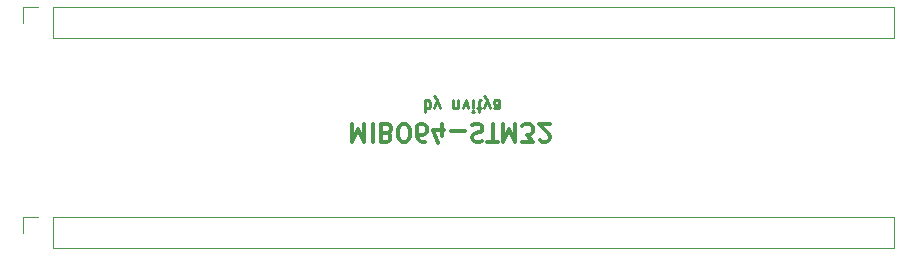
<source format=gbo>
G04 #@! TF.GenerationSoftware,KiCad,Pcbnew,(5.0.0)*
G04 #@! TF.CreationDate,2018-10-21T19:13:21+02:00*
G04 #@! TF.ProjectId,mibo64_stm32,6D69626F36345F73746D33322E6B6963,rev?*
G04 #@! TF.SameCoordinates,PX6486dd0PY621abf0*
G04 #@! TF.FileFunction,Legend,Bot*
G04 #@! TF.FilePolarity,Positive*
%FSLAX46Y46*%
G04 Gerber Fmt 4.6, Leading zero omitted, Abs format (unit mm)*
G04 Created by KiCad (PCBNEW (5.0.0)) date 10/21/18 19:13:21*
%MOMM*%
%LPD*%
G01*
G04 APERTURE LIST*
%ADD10C,0.250000*%
%ADD11C,0.300000*%
%ADD12C,0.120000*%
G04 APERTURE END LIST*
D10*
X33980833Y-7866119D02*
X33980833Y-8866119D01*
X33980833Y-8485166D02*
X34076071Y-8532785D01*
X34266547Y-8532785D01*
X34361785Y-8485166D01*
X34409404Y-8437547D01*
X34457023Y-8342309D01*
X34457023Y-8056595D01*
X34409404Y-7961357D01*
X34361785Y-7913738D01*
X34266547Y-7866119D01*
X34076071Y-7866119D01*
X33980833Y-7913738D01*
X34790357Y-8532785D02*
X35028452Y-7866119D01*
X35266547Y-8532785D02*
X35028452Y-7866119D01*
X34933214Y-7628023D01*
X34885595Y-7580404D01*
X34790357Y-7532785D01*
X36409404Y-8532785D02*
X36409404Y-7866119D01*
X36409404Y-8437547D02*
X36457023Y-8485166D01*
X36552261Y-8532785D01*
X36695119Y-8532785D01*
X36790357Y-8485166D01*
X36837976Y-8389928D01*
X36837976Y-7866119D01*
X37218928Y-8532785D02*
X37457023Y-7866119D01*
X37695119Y-8532785D01*
X38076071Y-7866119D02*
X38076071Y-8532785D01*
X38076071Y-8866119D02*
X38028452Y-8818500D01*
X38076071Y-8770880D01*
X38123690Y-8818500D01*
X38076071Y-8866119D01*
X38076071Y-8770880D01*
X38409404Y-8532785D02*
X38790357Y-8532785D01*
X38552261Y-8866119D02*
X38552261Y-8008976D01*
X38599880Y-7913738D01*
X38695119Y-7866119D01*
X38790357Y-7866119D01*
X39028452Y-8532785D02*
X39266547Y-7866119D01*
X39504642Y-8532785D02*
X39266547Y-7866119D01*
X39171309Y-7628023D01*
X39123690Y-7580404D01*
X39028452Y-7532785D01*
X40314166Y-7866119D02*
X40314166Y-8389928D01*
X40266547Y-8485166D01*
X40171309Y-8532785D01*
X39980833Y-8532785D01*
X39885595Y-8485166D01*
X40314166Y-7913738D02*
X40218928Y-7866119D01*
X39980833Y-7866119D01*
X39885595Y-7913738D01*
X39837976Y-8008976D01*
X39837976Y-8104214D01*
X39885595Y-8199452D01*
X39980833Y-8247071D01*
X40218928Y-8247071D01*
X40314166Y-8294690D01*
D11*
X27873571Y-9862428D02*
X27873571Y-11362428D01*
X28373571Y-10291000D01*
X28873571Y-11362428D01*
X28873571Y-9862428D01*
X29587857Y-9862428D02*
X29587857Y-11362428D01*
X30802142Y-10648142D02*
X31016428Y-10576714D01*
X31087857Y-10505285D01*
X31159285Y-10362428D01*
X31159285Y-10148142D01*
X31087857Y-10005285D01*
X31016428Y-9933857D01*
X30873571Y-9862428D01*
X30302142Y-9862428D01*
X30302142Y-11362428D01*
X30802142Y-11362428D01*
X30945000Y-11291000D01*
X31016428Y-11219571D01*
X31087857Y-11076714D01*
X31087857Y-10933857D01*
X31016428Y-10791000D01*
X30945000Y-10719571D01*
X30802142Y-10648142D01*
X30302142Y-10648142D01*
X32087857Y-11362428D02*
X32373571Y-11362428D01*
X32516428Y-11291000D01*
X32659285Y-11148142D01*
X32730714Y-10862428D01*
X32730714Y-10362428D01*
X32659285Y-10076714D01*
X32516428Y-9933857D01*
X32373571Y-9862428D01*
X32087857Y-9862428D01*
X31945000Y-9933857D01*
X31802142Y-10076714D01*
X31730714Y-10362428D01*
X31730714Y-10862428D01*
X31802142Y-11148142D01*
X31945000Y-11291000D01*
X32087857Y-11362428D01*
X34016428Y-11362428D02*
X33730714Y-11362428D01*
X33587857Y-11291000D01*
X33516428Y-11219571D01*
X33373571Y-11005285D01*
X33302142Y-10719571D01*
X33302142Y-10148142D01*
X33373571Y-10005285D01*
X33445000Y-9933857D01*
X33587857Y-9862428D01*
X33873571Y-9862428D01*
X34016428Y-9933857D01*
X34087857Y-10005285D01*
X34159285Y-10148142D01*
X34159285Y-10505285D01*
X34087857Y-10648142D01*
X34016428Y-10719571D01*
X33873571Y-10791000D01*
X33587857Y-10791000D01*
X33445000Y-10719571D01*
X33373571Y-10648142D01*
X33302142Y-10505285D01*
X35445000Y-10862428D02*
X35445000Y-9862428D01*
X35087857Y-11433857D02*
X34730714Y-10362428D01*
X35659285Y-10362428D01*
X36230714Y-10433857D02*
X37373571Y-10433857D01*
X38016428Y-9933857D02*
X38230714Y-9862428D01*
X38587857Y-9862428D01*
X38730714Y-9933857D01*
X38802142Y-10005285D01*
X38873571Y-10148142D01*
X38873571Y-10291000D01*
X38802142Y-10433857D01*
X38730714Y-10505285D01*
X38587857Y-10576714D01*
X38302142Y-10648142D01*
X38159285Y-10719571D01*
X38087857Y-10791000D01*
X38016428Y-10933857D01*
X38016428Y-11076714D01*
X38087857Y-11219571D01*
X38159285Y-11291000D01*
X38302142Y-11362428D01*
X38659285Y-11362428D01*
X38873571Y-11291000D01*
X39302142Y-11362428D02*
X40159285Y-11362428D01*
X39730714Y-9862428D02*
X39730714Y-11362428D01*
X40659285Y-9862428D02*
X40659285Y-11362428D01*
X41159285Y-10291000D01*
X41659285Y-11362428D01*
X41659285Y-9862428D01*
X42230714Y-11362428D02*
X43159285Y-11362428D01*
X42659285Y-10791000D01*
X42873571Y-10791000D01*
X43016428Y-10719571D01*
X43087857Y-10648142D01*
X43159285Y-10505285D01*
X43159285Y-10148142D01*
X43087857Y-10005285D01*
X43016428Y-9933857D01*
X42873571Y-9862428D01*
X42445000Y-9862428D01*
X42302142Y-9933857D01*
X42230714Y-10005285D01*
X43730714Y-11219571D02*
X43802142Y-11291000D01*
X43945000Y-11362428D01*
X44302142Y-11362428D01*
X44445000Y-11291000D01*
X44516428Y-11219571D01*
X44587857Y-11076714D01*
X44587857Y-10933857D01*
X44516428Y-10719571D01*
X43659285Y-9862428D01*
X44587857Y-9862428D01*
D12*
G04 #@! TO.C,J2*
X-60000Y-17720000D02*
X-60000Y-19050000D01*
X1270000Y-17720000D02*
X-60000Y-17720000D01*
X2540000Y-17720000D02*
X2540000Y-20380000D01*
X2540000Y-20380000D02*
X73720000Y-20380000D01*
X2540000Y-17720000D02*
X73720000Y-17720000D01*
X73720000Y-17720000D02*
X73720000Y-20380000D01*
G04 #@! TO.C,J3*
X73720000Y60000D02*
X73720000Y-2600000D01*
X2540000Y60000D02*
X73720000Y60000D01*
X2540000Y-2600000D02*
X73720000Y-2600000D01*
X2540000Y60000D02*
X2540000Y-2600000D01*
X1270000Y60000D02*
X-60000Y60000D01*
X-60000Y60000D02*
X-60000Y-1270000D01*
G04 #@! TD*
M02*

</source>
